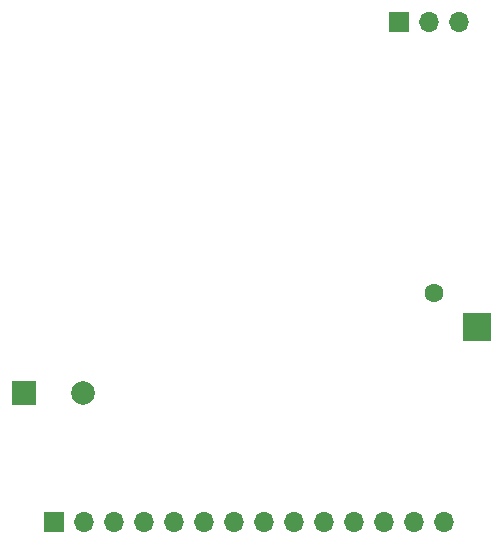
<source format=gbr>
%TF.GenerationSoftware,KiCad,Pcbnew,(5.1.10)-1*%
%TF.CreationDate,2021-07-07T23:24:12+02:00*%
%TF.ProjectId,Wortuhr_SK6812,576f7274-7568-4725-9f53-4b363831322e,rev?*%
%TF.SameCoordinates,Original*%
%TF.FileFunction,Soldermask,Bot*%
%TF.FilePolarity,Negative*%
%FSLAX46Y46*%
G04 Gerber Fmt 4.6, Leading zero omitted, Abs format (unit mm)*
G04 Created by KiCad (PCBNEW (5.1.10)-1) date 2021-07-07 23:24:12*
%MOMM*%
%LPD*%
G01*
G04 APERTURE LIST*
%ADD10O,1.700000X1.700000*%
%ADD11R,1.700000X1.700000*%
%ADD12C,1.600000*%
%ADD13R,2.350000X2.350000*%
%ADD14C,2.000000*%
%ADD15R,2.000000X2.000000*%
G04 APERTURE END LIST*
D10*
%TO.C,J2*%
X153035000Y-110871000D03*
X150495000Y-110871000D03*
D11*
X147955000Y-110871000D03*
%TD*%
D12*
%TO.C,BT1*%
X150909000Y-133777000D03*
D13*
X154559000Y-136652000D03*
%TD*%
D10*
%TO.C,J1*%
X151765000Y-153162000D03*
X149225000Y-153162000D03*
X146685000Y-153162000D03*
X144145000Y-153162000D03*
X141605000Y-153162000D03*
X139065000Y-153162000D03*
X136525000Y-153162000D03*
X133985000Y-153162000D03*
X131445000Y-153162000D03*
X128905000Y-153162000D03*
X126365000Y-153162000D03*
X123825000Y-153162000D03*
X121285000Y-153162000D03*
D11*
X118745000Y-153162000D03*
%TD*%
D14*
%TO.C,C1*%
X121205000Y-142240000D03*
D15*
X116205000Y-142240000D03*
%TD*%
M02*

</source>
